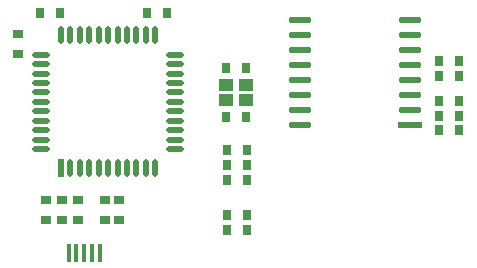
<source format=gtp>
%FSLAX33Y33*%
%MOMM*%
%AMRect-W670710-H870710-RO0.500*
21,1,0.67071,0.87071,0.,0.,270*%
%AMRect-W670710-H870710-RO1.500*
21,1,0.67071,0.87071,0.,0.,90*%
%AMRect-W670710-H870710-RO1.000*
21,1,0.67071,0.87071,0.,0.,180*%
%AMRect-W1980000-H530000-RO1.000*
21,1,1.98,0.53,0.,0.,180*%
%AMRR-H530000-W1980000-R265000-RO1.000*
21,1,1.45,0.53,0.,0.,180*
1,1,0.53,0.725,-0.*
1,1,0.53,-0.725,-0.*
1,1,0.53,-0.725,0.*
1,1,0.53,0.725,0.*%
%AMRect-W1488281-H525831-RO1.500*
21,1,1.488281,0.525831,0.,0.,90*%
%AMRR-H525831-W1488281-R262915-RO1.500*
21,1,0.962451,0.525831,0.,0.,90*
21,1,1.488281,0.000001,0.,0.,90*
1,1,0.52583,-0.0000005,-0.4812255*
1,1,0.52583,-0.0000005,0.4812255*
1,1,0.52583,0.0000005,0.4812255*
1,1,0.52583,0.0000005,-0.4812255*%
%AMRR-H1488281-W525831-R262915-RO1.500*
21,1,0.000001,1.488281,0.,0.,90*
21,1,0.525831,0.962451,0.,0.,90*
1,1,0.52583,-0.4812255,-0.0000005*
1,1,0.52583,-0.4812255,0.0000005*
1,1,0.52583,0.4812255,0.0000005*
1,1,0.52583,0.4812255,-0.0000005*%
%ADD10R,0.67071X0.87071*%
%ADD11Rect-W670710-H870710-RO0.500*%
%ADD12Rect-W670710-H870710-RO1.500*%
%ADD13Rect-W670710-H870710-RO1.000*%
%ADD14R,1.2X1.*%
%ADD15R,0.45X1.5*%
%ADD16Rect-W1980000-H530000-RO1.000*%
%ADD17RR-H530000-W1980000-R265000-RO1.000*%
%ADD18Rect-W1488281-H525831-RO1.500*%
%ADD19RR-H525831-W1488281-R262915-RO1.500*%
%ADD20RR-H1488281-W525831-R262915-RO1.500*%
D10*
%LNtop paste_traces*%
%LNtop paste component b91ffdef01e00872*%
G01*
X42175Y14169D03*
X43875Y14169D03*
%LNtop paste component 84cf0bd8b20b0987*%
D11*
X6520Y22312D03*
X6520Y20612D03*
%LNtop paste component ec25ffb4a5f22221*%
D10*
X24191Y5698D03*
X25891Y5698D03*
%LNtop paste component ddd6a926bc8c1dc3*%
D12*
X11585Y6500D03*
X11585Y8200D03*
%LNtop paste component fce28939f63c5dc8*%
D13*
X10088Y24075D03*
X8388Y24075D03*
%LNtop paste component 8c92817f578251b9*%
D12*
X13897Y6500D03*
X13897Y8200D03*
%LNtop paste component b727e9ed986f8142*%
D14*
X24170Y16700D03*
X25870Y16700D03*
X25870Y18000D03*
X24170Y18000D03*
%LNtop paste component d2a4fe636fd95985*%
D10*
X24191Y6990D03*
X25891Y6990D03*
%LNtop paste component b94161c78b1874cc*%
D15*
X10835Y3764D03*
X11485Y3764D03*
X13435Y3764D03*
X12135Y3764D03*
X12785Y3764D03*
%LNtop paste component 51ec350bf9d700a2*%
D10*
X24170Y15233D03*
X25870Y15233D03*
%LNtop paste component 1511dc9a44b694e0*%
D13*
X25891Y9913D03*
X24191Y9913D03*
%LNtop paste component 12e2b8e352b79090*%
X25870Y19435D03*
X24170Y19435D03*
%LNtop paste component 3ba8622ba2662513*%
D10*
X42175Y18754D03*
X43875Y18754D03*
%LNtop paste component e813251b1ef1d0c8*%
D16*
X39745Y14545D03*
D17*
X39745Y15815D03*
X39745Y17085D03*
X39745Y18355D03*
X39745Y19625D03*
X39745Y20895D03*
X39745Y22165D03*
X39745Y23435D03*
X30375Y23435D03*
X30375Y22165D03*
X30375Y20895D03*
X30375Y19625D03*
X30375Y18355D03*
X30375Y17085D03*
X30375Y15815D03*
X30375Y14545D03*
%LNtop paste component 2d768b8b602cab3a*%
D12*
X15062Y6500D03*
X15062Y8200D03*
%LNtop paste component 48381ae9b0a13e44*%
D13*
X25891Y12455D03*
X24191Y12455D03*
%LNtop paste component 0f1de3bf73c6ccd1*%
X25891Y11185D03*
X24191Y11185D03*
%LNtop paste component 23b1068e5906a491*%
X19132Y24050D03*
X17432Y24050D03*
%LNtop paste component 7822d83bbbda28c0*%
D18*
X10160Y10899D03*
D19*
X10960Y10899D03*
X11760Y10899D03*
X12560Y10899D03*
X13360Y10899D03*
X14160Y10899D03*
X14960Y10899D03*
X15760Y10899D03*
X16560Y10899D03*
X17360Y10899D03*
X18160Y10899D03*
X18160Y22181D03*
X17360Y22181D03*
X16560Y22181D03*
X15760Y22181D03*
X14960Y22181D03*
X14160Y22181D03*
X13360Y22181D03*
X12560Y22181D03*
X11760Y22181D03*
X10960Y22181D03*
X10160Y22181D03*
D20*
X19801Y12540D03*
X19801Y13340D03*
X19801Y14140D03*
X19801Y14940D03*
X19801Y15740D03*
X19801Y16540D03*
X19801Y17340D03*
X19801Y18140D03*
X19801Y18940D03*
X19801Y19740D03*
X19801Y20540D03*
X8519Y20540D03*
X8519Y19740D03*
X8519Y18940D03*
X8519Y18140D03*
X8519Y17340D03*
X8519Y16540D03*
X8519Y15740D03*
X8519Y14940D03*
X8519Y14140D03*
X8519Y13340D03*
X8519Y12540D03*
%LNtop paste component 3c27278c148a2f04*%
D13*
X43875Y16650D03*
X42175Y16650D03*
%LNtop paste component 5766e69468e6c804*%
D10*
X42175Y20024D03*
X43875Y20024D03*
%LNtop paste component b3b1496daab2cd3d*%
X42175Y15380D03*
X43875Y15380D03*
%LNtop paste component ee30c7fa9c17aba8*%
D12*
X8897Y6500D03*
X8897Y8200D03*
%LNtop paste component 4bf68f377a3ec8f9*%
X10259Y6500D03*
X10259Y8200D03*
M02*
</source>
